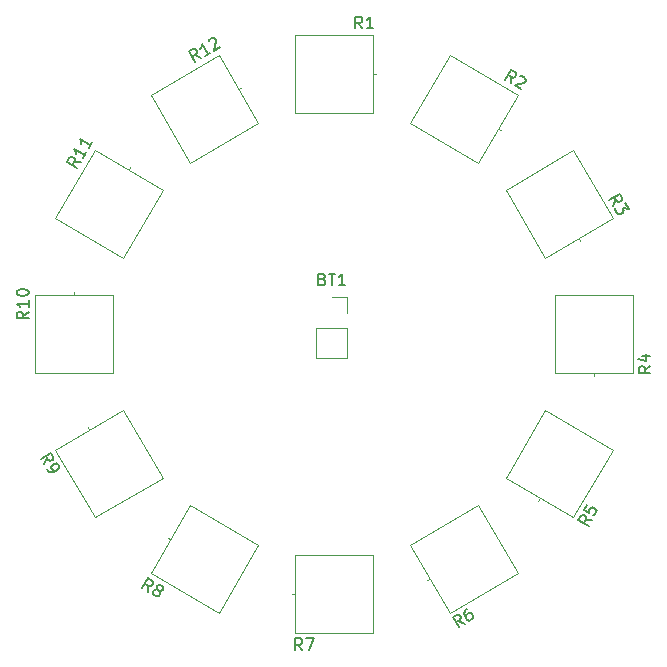
<source format=gbr>
%TF.GenerationSoftware,KiCad,Pcbnew,7.0.6*%
%TF.CreationDate,2023-07-29T18:39:12+05:30*%
%TF.ProjectId,circular_pcb_lastassignment,63697263-756c-4617-925f-7063625f6c61,rev?*%
%TF.SameCoordinates,Original*%
%TF.FileFunction,Legend,Top*%
%TF.FilePolarity,Positive*%
%FSLAX46Y46*%
G04 Gerber Fmt 4.6, Leading zero omitted, Abs format (unit mm)*
G04 Created by KiCad (PCBNEW 7.0.6) date 2023-07-29 18:39:12*
%MOMM*%
%LPD*%
G01*
G04 APERTURE LIST*
%ADD10C,0.150000*%
%ADD11C,0.120000*%
G04 APERTURE END LIST*
D10*
X169607383Y-99463083D02*
X169080613Y-99217357D01*
X169112512Y-99748797D02*
X168612512Y-98882772D01*
X168612512Y-98882772D02*
X168942426Y-98692296D01*
X168942426Y-98692296D02*
X169048714Y-98685916D01*
X169048714Y-98685916D02*
X169113763Y-98703346D01*
X169113763Y-98703346D02*
X169202621Y-98762015D01*
X169202621Y-98762015D02*
X169274050Y-98885733D01*
X169274050Y-98885733D02*
X169280430Y-98992021D01*
X169280430Y-98992021D02*
X169263000Y-99057070D01*
X169263000Y-99057070D02*
X169204331Y-99145928D01*
X169204331Y-99145928D02*
X168874416Y-99336404D01*
X170432169Y-98986892D02*
X169937298Y-99272607D01*
X170184734Y-99129750D02*
X169684734Y-98263724D01*
X169684734Y-98263724D02*
X169673684Y-98435061D01*
X169673684Y-98435061D02*
X169638824Y-98565159D01*
X169638824Y-98565159D02*
X169580155Y-98654017D01*
X170309703Y-98012869D02*
X170327133Y-97947821D01*
X170327133Y-97947821D02*
X170385802Y-97858962D01*
X170385802Y-97858962D02*
X170591998Y-97739915D01*
X170591998Y-97739915D02*
X170698287Y-97733535D01*
X170698287Y-97733535D02*
X170763335Y-97750965D01*
X170763335Y-97750965D02*
X170852194Y-97809634D01*
X170852194Y-97809634D02*
X170899813Y-97892112D01*
X170899813Y-97892112D02*
X170930002Y-98039640D01*
X170930002Y-98039640D02*
X170720845Y-98820226D01*
X170720845Y-98820226D02*
X171256956Y-98510702D01*
X159445626Y-108236035D02*
X158866566Y-108286615D01*
X159159911Y-108730906D02*
X158293886Y-108230906D01*
X158293886Y-108230906D02*
X158484362Y-107900992D01*
X158484362Y-107900992D02*
X158573221Y-107842323D01*
X158573221Y-107842323D02*
X158638269Y-107824893D01*
X158638269Y-107824893D02*
X158744558Y-107831273D01*
X158744558Y-107831273D02*
X158868275Y-107902701D01*
X158868275Y-107902701D02*
X158926945Y-107991560D01*
X158926945Y-107991560D02*
X158944374Y-108056609D01*
X158944374Y-108056609D02*
X158937995Y-108162897D01*
X158937995Y-108162897D02*
X158747518Y-108492811D01*
X159921816Y-107411249D02*
X159636102Y-107906120D01*
X159778959Y-107658684D02*
X158912934Y-107158684D01*
X158912934Y-107158684D02*
X158989033Y-107312592D01*
X158989033Y-107312592D02*
X159023892Y-107442689D01*
X159023892Y-107442689D02*
X159017512Y-107548977D01*
X160398007Y-106586462D02*
X160112292Y-107081334D01*
X160255150Y-106833898D02*
X159389124Y-106333898D01*
X159389124Y-106333898D02*
X159465223Y-106487805D01*
X159465223Y-106487805D02*
X159500083Y-106617903D01*
X159500083Y-106617903D02*
X159493703Y-106724191D01*
X155031819Y-120914457D02*
X154555628Y-121247790D01*
X155031819Y-121485885D02*
X154031819Y-121485885D01*
X154031819Y-121485885D02*
X154031819Y-121104933D01*
X154031819Y-121104933D02*
X154079438Y-121009695D01*
X154079438Y-121009695D02*
X154127057Y-120962076D01*
X154127057Y-120962076D02*
X154222295Y-120914457D01*
X154222295Y-120914457D02*
X154365152Y-120914457D01*
X154365152Y-120914457D02*
X154460390Y-120962076D01*
X154460390Y-120962076D02*
X154508009Y-121009695D01*
X154508009Y-121009695D02*
X154555628Y-121104933D01*
X154555628Y-121104933D02*
X154555628Y-121485885D01*
X155031819Y-119962076D02*
X155031819Y-120533504D01*
X155031819Y-120247790D02*
X154031819Y-120247790D01*
X154031819Y-120247790D02*
X154174676Y-120343028D01*
X154174676Y-120343028D02*
X154269914Y-120438266D01*
X154269914Y-120438266D02*
X154317533Y-120533504D01*
X154031819Y-119343028D02*
X154031819Y-119247790D01*
X154031819Y-119247790D02*
X154079438Y-119152552D01*
X154079438Y-119152552D02*
X154127057Y-119104933D01*
X154127057Y-119104933D02*
X154222295Y-119057314D01*
X154222295Y-119057314D02*
X154412771Y-119009695D01*
X154412771Y-119009695D02*
X154650866Y-119009695D01*
X154650866Y-119009695D02*
X154841342Y-119057314D01*
X154841342Y-119057314D02*
X154936580Y-119104933D01*
X154936580Y-119104933D02*
X154984200Y-119152552D01*
X154984200Y-119152552D02*
X155031819Y-119247790D01*
X155031819Y-119247790D02*
X155031819Y-119343028D01*
X155031819Y-119343028D02*
X154984200Y-119438266D01*
X154984200Y-119438266D02*
X154936580Y-119485885D01*
X154936580Y-119485885D02*
X154841342Y-119533504D01*
X154841342Y-119533504D02*
X154650866Y-119581123D01*
X154650866Y-119581123D02*
X154412771Y-119581123D01*
X154412771Y-119581123D02*
X154222295Y-119533504D01*
X154222295Y-119533504D02*
X154127057Y-119485885D01*
X154127057Y-119485885D02*
X154079438Y-119438266D01*
X154079438Y-119438266D02*
X154031819Y-119343028D01*
X156355952Y-133854967D02*
X156601678Y-133328196D01*
X156070237Y-133360095D02*
X156936263Y-132860095D01*
X156936263Y-132860095D02*
X157126739Y-133190010D01*
X157126739Y-133190010D02*
X157133119Y-133296298D01*
X157133119Y-133296298D02*
X157115689Y-133361347D01*
X157115689Y-133361347D02*
X157057020Y-133450205D01*
X157057020Y-133450205D02*
X156933302Y-133521634D01*
X156933302Y-133521634D02*
X156827014Y-133528013D01*
X156827014Y-133528013D02*
X156761965Y-133510583D01*
X156761965Y-133510583D02*
X156673107Y-133451914D01*
X156673107Y-133451914D02*
X156482630Y-133122000D01*
X156594047Y-134267360D02*
X156689285Y-134432317D01*
X156689285Y-134432317D02*
X156778143Y-134490986D01*
X156778143Y-134490986D02*
X156843192Y-134508416D01*
X156843192Y-134508416D02*
X157014529Y-134519466D01*
X157014529Y-134519466D02*
X157203296Y-134465467D01*
X157203296Y-134465467D02*
X157533210Y-134274991D01*
X157533210Y-134274991D02*
X157591879Y-134186133D01*
X157591879Y-134186133D02*
X157609309Y-134121084D01*
X157609309Y-134121084D02*
X157602929Y-134014796D01*
X157602929Y-134014796D02*
X157507691Y-133849839D01*
X157507691Y-133849839D02*
X157418833Y-133791169D01*
X157418833Y-133791169D02*
X157353784Y-133773740D01*
X157353784Y-133773740D02*
X157247496Y-133780119D01*
X157247496Y-133780119D02*
X157041299Y-133899167D01*
X157041299Y-133899167D02*
X156982630Y-133988025D01*
X156982630Y-133988025D02*
X156965201Y-134053074D01*
X156965201Y-134053074D02*
X156971580Y-134159362D01*
X156971580Y-134159362D02*
X157066818Y-134324320D01*
X157066818Y-134324320D02*
X157155677Y-134382989D01*
X157155677Y-134382989D02*
X157220726Y-134400418D01*
X157220726Y-134400418D02*
X157327014Y-134394039D01*
X165165548Y-144645880D02*
X165114968Y-144066821D01*
X164670676Y-144360166D02*
X165170676Y-143494141D01*
X165170676Y-143494141D02*
X165500591Y-143684617D01*
X165500591Y-143684617D02*
X165559260Y-143773475D01*
X165559260Y-143773475D02*
X165576689Y-143838524D01*
X165576689Y-143838524D02*
X165570310Y-143944812D01*
X165570310Y-143944812D02*
X165498881Y-144068530D01*
X165498881Y-144068530D02*
X165410023Y-144127199D01*
X165410023Y-144127199D02*
X165344974Y-144144629D01*
X165344974Y-144144629D02*
X165238686Y-144138249D01*
X165238686Y-144138249D02*
X164908771Y-143947773D01*
X165946134Y-144436723D02*
X165887465Y-144347865D01*
X165887465Y-144347865D02*
X165870035Y-144282816D01*
X165870035Y-144282816D02*
X165876415Y-144176528D01*
X165876415Y-144176528D02*
X165900224Y-144135288D01*
X165900224Y-144135288D02*
X165989083Y-144076619D01*
X165989083Y-144076619D02*
X166054131Y-144059189D01*
X166054131Y-144059189D02*
X166160419Y-144065569D01*
X166160419Y-144065569D02*
X166325377Y-144160807D01*
X166325377Y-144160807D02*
X166384046Y-144249666D01*
X166384046Y-144249666D02*
X166401476Y-144314714D01*
X166401476Y-144314714D02*
X166395096Y-144421003D01*
X166395096Y-144421003D02*
X166371286Y-144462242D01*
X166371286Y-144462242D02*
X166282428Y-144520911D01*
X166282428Y-144520911D02*
X166217379Y-144538341D01*
X166217379Y-144538341D02*
X166111091Y-144531961D01*
X166111091Y-144531961D02*
X165946134Y-144436723D01*
X165946134Y-144436723D02*
X165839846Y-144430343D01*
X165839846Y-144430343D02*
X165774797Y-144447773D01*
X165774797Y-144447773D02*
X165685938Y-144506442D01*
X165685938Y-144506442D02*
X165590700Y-144671399D01*
X165590700Y-144671399D02*
X165584321Y-144777687D01*
X165584321Y-144777687D02*
X165601750Y-144842736D01*
X165601750Y-144842736D02*
X165660419Y-144931595D01*
X165660419Y-144931595D02*
X165825377Y-145026833D01*
X165825377Y-145026833D02*
X165931665Y-145033212D01*
X165931665Y-145033212D02*
X165996714Y-145015783D01*
X165996714Y-145015783D02*
X166085572Y-144957114D01*
X166085572Y-144957114D02*
X166180810Y-144792156D01*
X166180810Y-144792156D02*
X166187190Y-144685868D01*
X166187190Y-144685868D02*
X166169760Y-144620819D01*
X166169760Y-144620819D02*
X166111091Y-144531961D01*
X178190333Y-149586419D02*
X177857000Y-149110228D01*
X177618905Y-149586419D02*
X177618905Y-148586419D01*
X177618905Y-148586419D02*
X177999857Y-148586419D01*
X177999857Y-148586419D02*
X178095095Y-148634038D01*
X178095095Y-148634038D02*
X178142714Y-148681657D01*
X178142714Y-148681657D02*
X178190333Y-148776895D01*
X178190333Y-148776895D02*
X178190333Y-148919752D01*
X178190333Y-148919752D02*
X178142714Y-149014990D01*
X178142714Y-149014990D02*
X178095095Y-149062609D01*
X178095095Y-149062609D02*
X177999857Y-149110228D01*
X177999857Y-149110228D02*
X177618905Y-149110228D01*
X178523667Y-148586419D02*
X179190333Y-148586419D01*
X179190333Y-148586419D02*
X178761762Y-149586419D01*
X191940367Y-147352546D02*
X191413596Y-147106820D01*
X191445495Y-147638261D02*
X190945495Y-146772235D01*
X190945495Y-146772235D02*
X191275410Y-146581759D01*
X191275410Y-146581759D02*
X191381698Y-146575379D01*
X191381698Y-146575379D02*
X191446747Y-146592809D01*
X191446747Y-146592809D02*
X191535605Y-146651478D01*
X191535605Y-146651478D02*
X191607034Y-146775196D01*
X191607034Y-146775196D02*
X191613413Y-146881484D01*
X191613413Y-146881484D02*
X191595983Y-146946533D01*
X191595983Y-146946533D02*
X191537314Y-147035391D01*
X191537314Y-147035391D02*
X191207400Y-147225868D01*
X192182674Y-146057950D02*
X192017717Y-146153188D01*
X192017717Y-146153188D02*
X191959048Y-146242046D01*
X191959048Y-146242046D02*
X191941618Y-146307095D01*
X191941618Y-146307095D02*
X191930568Y-146478432D01*
X191930568Y-146478432D02*
X191984567Y-146667199D01*
X191984567Y-146667199D02*
X192175043Y-146997113D01*
X192175043Y-146997113D02*
X192263902Y-147055782D01*
X192263902Y-147055782D02*
X192328950Y-147073212D01*
X192328950Y-147073212D02*
X192435239Y-147066832D01*
X192435239Y-147066832D02*
X192600196Y-146971594D01*
X192600196Y-146971594D02*
X192658865Y-146882736D01*
X192658865Y-146882736D02*
X192676295Y-146817687D01*
X192676295Y-146817687D02*
X192669915Y-146711399D01*
X192669915Y-146711399D02*
X192550867Y-146505202D01*
X192550867Y-146505202D02*
X192462009Y-146446533D01*
X192462009Y-146446533D02*
X192396960Y-146429103D01*
X192396960Y-146429103D02*
X192290672Y-146435483D01*
X192290672Y-146435483D02*
X192125715Y-146530721D01*
X192125715Y-146530721D02*
X192067046Y-146619580D01*
X192067046Y-146619580D02*
X192049616Y-146684628D01*
X192049616Y-146684628D02*
X192055996Y-146790917D01*
X202731380Y-138543050D02*
X202152321Y-138593630D01*
X202445666Y-139037922D02*
X201579641Y-138537922D01*
X201579641Y-138537922D02*
X201770117Y-138208007D01*
X201770117Y-138208007D02*
X201858975Y-138149338D01*
X201858975Y-138149338D02*
X201924024Y-138131909D01*
X201924024Y-138131909D02*
X202030312Y-138138288D01*
X202030312Y-138138288D02*
X202154030Y-138209717D01*
X202154030Y-138209717D02*
X202212699Y-138298575D01*
X202212699Y-138298575D02*
X202230129Y-138363624D01*
X202230129Y-138363624D02*
X202223749Y-138469912D01*
X202223749Y-138469912D02*
X202033273Y-138799827D01*
X202317736Y-137259503D02*
X202079641Y-137671896D01*
X202079641Y-137671896D02*
X202468224Y-137951231D01*
X202468224Y-137951231D02*
X202450794Y-137886182D01*
X202450794Y-137886182D02*
X202457174Y-137779894D01*
X202457174Y-137779894D02*
X202576222Y-137573697D01*
X202576222Y-137573697D02*
X202665080Y-137515028D01*
X202665080Y-137515028D02*
X202730129Y-137497599D01*
X202730129Y-137497599D02*
X202836417Y-137503978D01*
X202836417Y-137503978D02*
X203042614Y-137623026D01*
X203042614Y-137623026D02*
X203101283Y-137711884D01*
X203101283Y-137711884D02*
X203118712Y-137776933D01*
X203118712Y-137776933D02*
X203112333Y-137883221D01*
X203112333Y-137883221D02*
X202993285Y-138089418D01*
X202993285Y-138089418D02*
X202904427Y-138148087D01*
X202904427Y-138148087D02*
X202839378Y-138165517D01*
X207671819Y-125518266D02*
X207195628Y-125851599D01*
X207671819Y-126089694D02*
X206671819Y-126089694D01*
X206671819Y-126089694D02*
X206671819Y-125708742D01*
X206671819Y-125708742D02*
X206719438Y-125613504D01*
X206719438Y-125613504D02*
X206767057Y-125565885D01*
X206767057Y-125565885D02*
X206862295Y-125518266D01*
X206862295Y-125518266D02*
X207005152Y-125518266D01*
X207005152Y-125518266D02*
X207100390Y-125565885D01*
X207100390Y-125565885D02*
X207148009Y-125613504D01*
X207148009Y-125613504D02*
X207195628Y-125708742D01*
X207195628Y-125708742D02*
X207195628Y-126089694D01*
X207005152Y-124661123D02*
X207671819Y-124661123D01*
X206624200Y-124899218D02*
X207338485Y-125137313D01*
X207338485Y-125137313D02*
X207338485Y-124518266D01*
X204483611Y-111934376D02*
X204729337Y-111407605D01*
X204197896Y-111439504D02*
X205063922Y-110939504D01*
X205063922Y-110939504D02*
X205254398Y-111269419D01*
X205254398Y-111269419D02*
X205260778Y-111375707D01*
X205260778Y-111375707D02*
X205243348Y-111440756D01*
X205243348Y-111440756D02*
X205184679Y-111529614D01*
X205184679Y-111529614D02*
X205060961Y-111601043D01*
X205060961Y-111601043D02*
X204954673Y-111607422D01*
X204954673Y-111607422D02*
X204889624Y-111589992D01*
X204889624Y-111589992D02*
X204800766Y-111531323D01*
X204800766Y-111531323D02*
X204610289Y-111201409D01*
X205516303Y-111723051D02*
X205825826Y-112259162D01*
X205825826Y-112259162D02*
X205329245Y-112160963D01*
X205329245Y-112160963D02*
X205400674Y-112284681D01*
X205400674Y-112284681D02*
X205407054Y-112390969D01*
X205407054Y-112390969D02*
X205389624Y-112456018D01*
X205389624Y-112456018D02*
X205330955Y-112544876D01*
X205330955Y-112544876D02*
X205124758Y-112663924D01*
X205124758Y-112663924D02*
X205018470Y-112670304D01*
X205018470Y-112670304D02*
X204953421Y-112652874D01*
X204953421Y-112652874D02*
X204864563Y-112594205D01*
X204864563Y-112594205D02*
X204721706Y-112346769D01*
X204721706Y-112346769D02*
X204715326Y-112240481D01*
X204715326Y-112240481D02*
X204732756Y-112175432D01*
X195884957Y-101598321D02*
X195834377Y-101019262D01*
X195390085Y-101312607D02*
X195890085Y-100446582D01*
X195890085Y-100446582D02*
X196220000Y-100637058D01*
X196220000Y-100637058D02*
X196278669Y-100725916D01*
X196278669Y-100725916D02*
X196296098Y-100790965D01*
X196296098Y-100790965D02*
X196289719Y-100897253D01*
X196289719Y-100897253D02*
X196218290Y-101020971D01*
X196218290Y-101020971D02*
X196129432Y-101079640D01*
X196129432Y-101079640D02*
X196064383Y-101097070D01*
X196064383Y-101097070D02*
X195958095Y-101090690D01*
X195958095Y-101090690D02*
X195628180Y-100900214D01*
X196667252Y-101005251D02*
X196732301Y-100987821D01*
X196732301Y-100987821D02*
X196838589Y-100994201D01*
X196838589Y-100994201D02*
X197044786Y-101113248D01*
X197044786Y-101113248D02*
X197103455Y-101202107D01*
X197103455Y-101202107D02*
X197120885Y-101267155D01*
X197120885Y-101267155D02*
X197114505Y-101373444D01*
X197114505Y-101373444D02*
X197066886Y-101455922D01*
X197066886Y-101455922D02*
X196954218Y-101555831D01*
X196954218Y-101555831D02*
X196173632Y-101764988D01*
X196173632Y-101764988D02*
X196709743Y-102074512D01*
X183270333Y-96946419D02*
X182937000Y-96470228D01*
X182698905Y-96946419D02*
X182698905Y-95946419D01*
X182698905Y-95946419D02*
X183079857Y-95946419D01*
X183079857Y-95946419D02*
X183175095Y-95994038D01*
X183175095Y-95994038D02*
X183222714Y-96041657D01*
X183222714Y-96041657D02*
X183270333Y-96136895D01*
X183270333Y-96136895D02*
X183270333Y-96279752D01*
X183270333Y-96279752D02*
X183222714Y-96374990D01*
X183222714Y-96374990D02*
X183175095Y-96422609D01*
X183175095Y-96422609D02*
X183079857Y-96470228D01*
X183079857Y-96470228D02*
X182698905Y-96470228D01*
X184222714Y-96946419D02*
X183651286Y-96946419D01*
X183937000Y-96946419D02*
X183937000Y-95946419D01*
X183937000Y-95946419D02*
X183841762Y-96089276D01*
X183841762Y-96089276D02*
X183746524Y-96184514D01*
X183746524Y-96184514D02*
X183651286Y-96232133D01*
X179905785Y-118168409D02*
X180048642Y-118216028D01*
X180048642Y-118216028D02*
X180096261Y-118263647D01*
X180096261Y-118263647D02*
X180143880Y-118358885D01*
X180143880Y-118358885D02*
X180143880Y-118501742D01*
X180143880Y-118501742D02*
X180096261Y-118596980D01*
X180096261Y-118596980D02*
X180048642Y-118644600D01*
X180048642Y-118644600D02*
X179953404Y-118692219D01*
X179953404Y-118692219D02*
X179572452Y-118692219D01*
X179572452Y-118692219D02*
X179572452Y-117692219D01*
X179572452Y-117692219D02*
X179905785Y-117692219D01*
X179905785Y-117692219D02*
X180001023Y-117739838D01*
X180001023Y-117739838D02*
X180048642Y-117787457D01*
X180048642Y-117787457D02*
X180096261Y-117882695D01*
X180096261Y-117882695D02*
X180096261Y-117977933D01*
X180096261Y-117977933D02*
X180048642Y-118073171D01*
X180048642Y-118073171D02*
X180001023Y-118120790D01*
X180001023Y-118120790D02*
X179905785Y-118168409D01*
X179905785Y-118168409D02*
X179572452Y-118168409D01*
X180429595Y-117692219D02*
X181001023Y-117692219D01*
X180715309Y-118692219D02*
X180715309Y-117692219D01*
X181858166Y-118692219D02*
X181286738Y-118692219D01*
X181572452Y-118692219D02*
X181572452Y-117692219D01*
X181572452Y-117692219D02*
X181477214Y-117835076D01*
X181477214Y-117835076D02*
X181381976Y-117930314D01*
X181381976Y-117930314D02*
X181286738Y-117977933D01*
D11*
%TO.C,R12*%
X174432204Y-104974204D02*
X171112204Y-99223796D01*
X172772204Y-102099000D02*
X172997371Y-101969000D01*
X165361796Y-102543796D02*
X168681796Y-108294204D01*
X171112204Y-99223796D02*
X165361796Y-102543796D01*
X168681796Y-108294204D02*
X174432204Y-104974204D01*
%TO.C,R11*%
X166379604Y-110596396D02*
X160629196Y-107276396D01*
X163504400Y-108936396D02*
X163634400Y-108711229D01*
X157309196Y-113026804D02*
X163059604Y-116346804D01*
X160629196Y-107276396D02*
X157309196Y-113026804D01*
X163059604Y-116346804D02*
X166379604Y-110596396D01*
%TO.C,R10*%
X162217000Y-119491600D02*
X155577000Y-119491600D01*
X158897000Y-119491600D02*
X158897000Y-119231600D01*
X155577000Y-126131600D02*
X162217000Y-126131600D01*
X155577000Y-119491600D02*
X155577000Y-126131600D01*
X162217000Y-126131600D02*
X162217000Y-119491600D01*
%TO.C,R9*%
X163059604Y-129276396D02*
X157309196Y-132596396D01*
X160184400Y-130936396D02*
X160054400Y-130711229D01*
X160629196Y-138346804D02*
X166379604Y-135026804D01*
X157309196Y-132596396D02*
X160629196Y-138346804D01*
X166379604Y-135026804D02*
X163059604Y-129276396D01*
%TO.C,R8*%
X168681796Y-137328896D02*
X165361796Y-143079304D01*
X167021796Y-140204100D02*
X166796629Y-140074100D01*
X171112204Y-146399304D02*
X174432204Y-140648896D01*
X165361796Y-143079304D02*
X171112204Y-146399304D01*
X174432204Y-140648896D02*
X168681796Y-137328896D01*
%TO.C,R7*%
X177577000Y-141491600D02*
X177577000Y-148131600D01*
X177577000Y-144811600D02*
X177317000Y-144811600D01*
X184217000Y-148131600D02*
X184217000Y-141491600D01*
X177577000Y-148131600D02*
X184217000Y-148131600D01*
X184217000Y-141491600D02*
X177577000Y-141491600D01*
%TO.C,R6*%
X187361796Y-140648896D02*
X190681796Y-146399304D01*
X189021796Y-143524100D02*
X188796629Y-143654100D01*
X196432204Y-143079304D02*
X193112204Y-137328896D01*
X190681796Y-146399304D02*
X196432204Y-143079304D01*
X193112204Y-137328896D02*
X187361796Y-140648896D01*
%TO.C,R5*%
X195414396Y-135026804D02*
X201164804Y-138346804D01*
X198289600Y-136686804D02*
X198159600Y-136911971D01*
X204484804Y-132596396D02*
X198734396Y-129276396D01*
X201164804Y-138346804D02*
X204484804Y-132596396D01*
X198734396Y-129276396D02*
X195414396Y-135026804D01*
%TO.C,R4*%
X199577000Y-126131600D02*
X206217000Y-126131600D01*
X202897000Y-126131600D02*
X202897000Y-126391600D01*
X206217000Y-119491600D02*
X199577000Y-119491600D01*
X206217000Y-126131600D02*
X206217000Y-119491600D01*
X199577000Y-119491600D02*
X199577000Y-126131600D01*
%TO.C,R3*%
X198734396Y-116346804D02*
X204484804Y-113026804D01*
X201609600Y-114686804D02*
X201739600Y-114911971D01*
X201164804Y-107276396D02*
X195414396Y-110596396D01*
X204484804Y-113026804D02*
X201164804Y-107276396D01*
X195414396Y-110596396D02*
X198734396Y-116346804D01*
%TO.C,R2*%
X193112204Y-108294204D02*
X196432204Y-102543796D01*
X194772204Y-105419000D02*
X194997371Y-105549000D01*
X190681796Y-99223796D02*
X187361796Y-104974204D01*
X196432204Y-102543796D02*
X190681796Y-99223796D01*
X187361796Y-104974204D02*
X193112204Y-108294204D01*
%TO.C,R1*%
X184217000Y-104131600D02*
X184217000Y-97491600D01*
X184217000Y-100811600D02*
X184477000Y-100811600D01*
X177577000Y-97491600D02*
X177577000Y-104131600D01*
X184217000Y-97491600D02*
X177577000Y-97491600D01*
X177577000Y-104131600D02*
X184217000Y-104131600D01*
%TO.C,BT1*%
X179361500Y-122277400D02*
X179361500Y-124877400D01*
X182021500Y-122277400D02*
X182021500Y-124877400D01*
X179361500Y-122277400D02*
X182021500Y-122277400D01*
X180691500Y-119677400D02*
X182021500Y-119677400D01*
X182021500Y-119677400D02*
X182021500Y-121007400D01*
X179361500Y-124877400D02*
X182021500Y-124877400D01*
%TD*%
M02*

</source>
